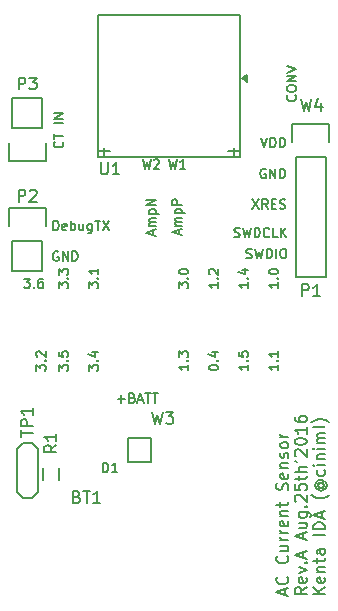
<source format=gto>
G04 #@! TF.FileFunction,Legend,Top*
%FSLAX46Y46*%
G04 Gerber Fmt 4.6, Leading zero omitted, Abs format (unit mm)*
G04 Created by KiCad (PCBNEW 4.0.1-stable) date 2016/08/25 3:11:25*
%MOMM*%
G01*
G04 APERTURE LIST*
%ADD10C,0.100000*%
%ADD11C,0.150000*%
%ADD12C,0.200000*%
G04 APERTURE END LIST*
D10*
D11*
X9816667Y-18209524D02*
X9816667Y-17733333D01*
X10102381Y-18304762D02*
X9102381Y-17971429D01*
X10102381Y-17638095D01*
X10007143Y-16733333D02*
X10054762Y-16780952D01*
X10102381Y-16923809D01*
X10102381Y-17019047D01*
X10054762Y-17161905D01*
X9959524Y-17257143D01*
X9864286Y-17304762D01*
X9673810Y-17352381D01*
X9530952Y-17352381D01*
X9340476Y-17304762D01*
X9245238Y-17257143D01*
X9150000Y-17161905D01*
X9102381Y-17019047D01*
X9102381Y-16923809D01*
X9150000Y-16780952D01*
X9197619Y-16733333D01*
X10007143Y-14971428D02*
X10054762Y-15019047D01*
X10102381Y-15161904D01*
X10102381Y-15257142D01*
X10054762Y-15400000D01*
X9959524Y-15495238D01*
X9864286Y-15542857D01*
X9673810Y-15590476D01*
X9530952Y-15590476D01*
X9340476Y-15542857D01*
X9245238Y-15495238D01*
X9150000Y-15400000D01*
X9102381Y-15257142D01*
X9102381Y-15161904D01*
X9150000Y-15019047D01*
X9197619Y-14971428D01*
X9435714Y-14114285D02*
X10102381Y-14114285D01*
X9435714Y-14542857D02*
X9959524Y-14542857D01*
X10054762Y-14495238D01*
X10102381Y-14400000D01*
X10102381Y-14257142D01*
X10054762Y-14161904D01*
X10007143Y-14114285D01*
X10102381Y-13638095D02*
X9435714Y-13638095D01*
X9626190Y-13638095D02*
X9530952Y-13590476D01*
X9483333Y-13542857D01*
X9435714Y-13447619D01*
X9435714Y-13352380D01*
X10102381Y-13019047D02*
X9435714Y-13019047D01*
X9626190Y-13019047D02*
X9530952Y-12971428D01*
X9483333Y-12923809D01*
X9435714Y-12828571D01*
X9435714Y-12733332D01*
X10054762Y-12019046D02*
X10102381Y-12114284D01*
X10102381Y-12304761D01*
X10054762Y-12399999D01*
X9959524Y-12447618D01*
X9578571Y-12447618D01*
X9483333Y-12399999D01*
X9435714Y-12304761D01*
X9435714Y-12114284D01*
X9483333Y-12019046D01*
X9578571Y-11971427D01*
X9673810Y-11971427D01*
X9769048Y-12447618D01*
X9435714Y-11542856D02*
X10102381Y-11542856D01*
X9530952Y-11542856D02*
X9483333Y-11495237D01*
X9435714Y-11399999D01*
X9435714Y-11257141D01*
X9483333Y-11161903D01*
X9578571Y-11114284D01*
X10102381Y-11114284D01*
X9435714Y-10780951D02*
X9435714Y-10399999D01*
X9102381Y-10638094D02*
X9959524Y-10638094D01*
X10054762Y-10590475D01*
X10102381Y-10495237D01*
X10102381Y-10399999D01*
X10054762Y-9352379D02*
X10102381Y-9209522D01*
X10102381Y-8971426D01*
X10054762Y-8876188D01*
X10007143Y-8828569D01*
X9911905Y-8780950D01*
X9816667Y-8780950D01*
X9721429Y-8828569D01*
X9673810Y-8876188D01*
X9626190Y-8971426D01*
X9578571Y-9161903D01*
X9530952Y-9257141D01*
X9483333Y-9304760D01*
X9388095Y-9352379D01*
X9292857Y-9352379D01*
X9197619Y-9304760D01*
X9150000Y-9257141D01*
X9102381Y-9161903D01*
X9102381Y-8923807D01*
X9150000Y-8780950D01*
X10054762Y-7971426D02*
X10102381Y-8066664D01*
X10102381Y-8257141D01*
X10054762Y-8352379D01*
X9959524Y-8399998D01*
X9578571Y-8399998D01*
X9483333Y-8352379D01*
X9435714Y-8257141D01*
X9435714Y-8066664D01*
X9483333Y-7971426D01*
X9578571Y-7923807D01*
X9673810Y-7923807D01*
X9769048Y-8399998D01*
X9435714Y-7495236D02*
X10102381Y-7495236D01*
X9530952Y-7495236D02*
X9483333Y-7447617D01*
X9435714Y-7352379D01*
X9435714Y-7209521D01*
X9483333Y-7114283D01*
X9578571Y-7066664D01*
X10102381Y-7066664D01*
X10054762Y-6638093D02*
X10102381Y-6542855D01*
X10102381Y-6352379D01*
X10054762Y-6257140D01*
X9959524Y-6209521D01*
X9911905Y-6209521D01*
X9816667Y-6257140D01*
X9769048Y-6352379D01*
X9769048Y-6495236D01*
X9721429Y-6590474D01*
X9626190Y-6638093D01*
X9578571Y-6638093D01*
X9483333Y-6590474D01*
X9435714Y-6495236D01*
X9435714Y-6352379D01*
X9483333Y-6257140D01*
X10102381Y-5638093D02*
X10054762Y-5733331D01*
X10007143Y-5780950D01*
X9911905Y-5828569D01*
X9626190Y-5828569D01*
X9530952Y-5780950D01*
X9483333Y-5733331D01*
X9435714Y-5638093D01*
X9435714Y-5495235D01*
X9483333Y-5399997D01*
X9530952Y-5352378D01*
X9626190Y-5304759D01*
X9911905Y-5304759D01*
X10007143Y-5352378D01*
X10054762Y-5399997D01*
X10102381Y-5495235D01*
X10102381Y-5638093D01*
X10102381Y-4876188D02*
X9435714Y-4876188D01*
X9626190Y-4876188D02*
X9530952Y-4828569D01*
X9483333Y-4780950D01*
X9435714Y-4685712D01*
X9435714Y-4590473D01*
X11652381Y-17590476D02*
X11176190Y-17923810D01*
X11652381Y-18161905D02*
X10652381Y-18161905D01*
X10652381Y-17780952D01*
X10700000Y-17685714D01*
X10747619Y-17638095D01*
X10842857Y-17590476D01*
X10985714Y-17590476D01*
X11080952Y-17638095D01*
X11128571Y-17685714D01*
X11176190Y-17780952D01*
X11176190Y-18161905D01*
X11604762Y-16780952D02*
X11652381Y-16876190D01*
X11652381Y-17066667D01*
X11604762Y-17161905D01*
X11509524Y-17209524D01*
X11128571Y-17209524D01*
X11033333Y-17161905D01*
X10985714Y-17066667D01*
X10985714Y-16876190D01*
X11033333Y-16780952D01*
X11128571Y-16733333D01*
X11223810Y-16733333D01*
X11319048Y-17209524D01*
X10985714Y-16400000D02*
X11652381Y-16161905D01*
X10985714Y-15923809D01*
X11557143Y-15542857D02*
X11604762Y-15495238D01*
X11652381Y-15542857D01*
X11604762Y-15590476D01*
X11557143Y-15542857D01*
X11652381Y-15542857D01*
X11366667Y-15114286D02*
X11366667Y-14638095D01*
X11652381Y-15209524D02*
X10652381Y-14876191D01*
X11652381Y-14542857D01*
X11366667Y-13495238D02*
X11366667Y-13019047D01*
X11652381Y-13590476D02*
X10652381Y-13257143D01*
X11652381Y-12923809D01*
X10985714Y-12161904D02*
X11652381Y-12161904D01*
X10985714Y-12590476D02*
X11509524Y-12590476D01*
X11604762Y-12542857D01*
X11652381Y-12447619D01*
X11652381Y-12304761D01*
X11604762Y-12209523D01*
X11557143Y-12161904D01*
X10985714Y-11257142D02*
X11795238Y-11257142D01*
X11890476Y-11304761D01*
X11938095Y-11352380D01*
X11985714Y-11447619D01*
X11985714Y-11590476D01*
X11938095Y-11685714D01*
X11604762Y-11257142D02*
X11652381Y-11352380D01*
X11652381Y-11542857D01*
X11604762Y-11638095D01*
X11557143Y-11685714D01*
X11461905Y-11733333D01*
X11176190Y-11733333D01*
X11080952Y-11685714D01*
X11033333Y-11638095D01*
X10985714Y-11542857D01*
X10985714Y-11352380D01*
X11033333Y-11257142D01*
X11557143Y-10780952D02*
X11604762Y-10733333D01*
X11652381Y-10780952D01*
X11604762Y-10828571D01*
X11557143Y-10780952D01*
X11652381Y-10780952D01*
X10747619Y-10352381D02*
X10700000Y-10304762D01*
X10652381Y-10209524D01*
X10652381Y-9971428D01*
X10700000Y-9876190D01*
X10747619Y-9828571D01*
X10842857Y-9780952D01*
X10938095Y-9780952D01*
X11080952Y-9828571D01*
X11652381Y-10400000D01*
X11652381Y-9780952D01*
X10652381Y-8876190D02*
X10652381Y-9352381D01*
X11128571Y-9400000D01*
X11080952Y-9352381D01*
X11033333Y-9257143D01*
X11033333Y-9019047D01*
X11080952Y-8923809D01*
X11128571Y-8876190D01*
X11223810Y-8828571D01*
X11461905Y-8828571D01*
X11557143Y-8876190D01*
X11604762Y-8923809D01*
X11652381Y-9019047D01*
X11652381Y-9257143D01*
X11604762Y-9352381D01*
X11557143Y-9400000D01*
X10985714Y-8542857D02*
X10985714Y-8161905D01*
X10652381Y-8400000D02*
X11509524Y-8400000D01*
X11604762Y-8352381D01*
X11652381Y-8257143D01*
X11652381Y-8161905D01*
X11652381Y-7828571D02*
X10652381Y-7828571D01*
X11652381Y-7399999D02*
X11128571Y-7399999D01*
X11033333Y-7447618D01*
X10985714Y-7542856D01*
X10985714Y-7685714D01*
X11033333Y-7780952D01*
X11080952Y-7828571D01*
X10652381Y-6876190D02*
X10842857Y-6971428D01*
X10747619Y-6495238D02*
X10700000Y-6447619D01*
X10652381Y-6352381D01*
X10652381Y-6114285D01*
X10700000Y-6019047D01*
X10747619Y-5971428D01*
X10842857Y-5923809D01*
X10938095Y-5923809D01*
X11080952Y-5971428D01*
X11652381Y-6542857D01*
X11652381Y-5923809D01*
X10652381Y-5304762D02*
X10652381Y-5209523D01*
X10700000Y-5114285D01*
X10747619Y-5066666D01*
X10842857Y-5019047D01*
X11033333Y-4971428D01*
X11271429Y-4971428D01*
X11461905Y-5019047D01*
X11557143Y-5066666D01*
X11604762Y-5114285D01*
X11652381Y-5209523D01*
X11652381Y-5304762D01*
X11604762Y-5400000D01*
X11557143Y-5447619D01*
X11461905Y-5495238D01*
X11271429Y-5542857D01*
X11033333Y-5542857D01*
X10842857Y-5495238D01*
X10747619Y-5447619D01*
X10700000Y-5400000D01*
X10652381Y-5304762D01*
X11652381Y-4019047D02*
X11652381Y-4590476D01*
X11652381Y-4304762D02*
X10652381Y-4304762D01*
X10795238Y-4400000D01*
X10890476Y-4495238D01*
X10938095Y-4590476D01*
X10652381Y-3161904D02*
X10652381Y-3352381D01*
X10700000Y-3447619D01*
X10747619Y-3495238D01*
X10890476Y-3590476D01*
X11080952Y-3638095D01*
X11461905Y-3638095D01*
X11557143Y-3590476D01*
X11604762Y-3542857D01*
X11652381Y-3447619D01*
X11652381Y-3257142D01*
X11604762Y-3161904D01*
X11557143Y-3114285D01*
X11461905Y-3066666D01*
X11223810Y-3066666D01*
X11128571Y-3114285D01*
X11080952Y-3161904D01*
X11033333Y-3257142D01*
X11033333Y-3447619D01*
X11080952Y-3542857D01*
X11128571Y-3590476D01*
X11223810Y-3638095D01*
X13202381Y-18161905D02*
X12202381Y-18161905D01*
X13202381Y-17590476D02*
X12630952Y-18019048D01*
X12202381Y-17590476D02*
X12773810Y-18161905D01*
X13154762Y-16780952D02*
X13202381Y-16876190D01*
X13202381Y-17066667D01*
X13154762Y-17161905D01*
X13059524Y-17209524D01*
X12678571Y-17209524D01*
X12583333Y-17161905D01*
X12535714Y-17066667D01*
X12535714Y-16876190D01*
X12583333Y-16780952D01*
X12678571Y-16733333D01*
X12773810Y-16733333D01*
X12869048Y-17209524D01*
X12535714Y-16304762D02*
X13202381Y-16304762D01*
X12630952Y-16304762D02*
X12583333Y-16257143D01*
X12535714Y-16161905D01*
X12535714Y-16019047D01*
X12583333Y-15923809D01*
X12678571Y-15876190D01*
X13202381Y-15876190D01*
X12535714Y-15542857D02*
X12535714Y-15161905D01*
X12202381Y-15400000D02*
X13059524Y-15400000D01*
X13154762Y-15352381D01*
X13202381Y-15257143D01*
X13202381Y-15161905D01*
X13202381Y-14399999D02*
X12678571Y-14399999D01*
X12583333Y-14447618D01*
X12535714Y-14542856D01*
X12535714Y-14733333D01*
X12583333Y-14828571D01*
X13154762Y-14399999D02*
X13202381Y-14495237D01*
X13202381Y-14733333D01*
X13154762Y-14828571D01*
X13059524Y-14876190D01*
X12964286Y-14876190D01*
X12869048Y-14828571D01*
X12821429Y-14733333D01*
X12821429Y-14495237D01*
X12773810Y-14399999D01*
X13202381Y-13161904D02*
X12202381Y-13161904D01*
X13202381Y-12685714D02*
X12202381Y-12685714D01*
X12202381Y-12447619D01*
X12250000Y-12304761D01*
X12345238Y-12209523D01*
X12440476Y-12161904D01*
X12630952Y-12114285D01*
X12773810Y-12114285D01*
X12964286Y-12161904D01*
X13059524Y-12209523D01*
X13154762Y-12304761D01*
X13202381Y-12447619D01*
X13202381Y-12685714D01*
X12916667Y-11733333D02*
X12916667Y-11257142D01*
X13202381Y-11828571D02*
X12202381Y-11495238D01*
X13202381Y-11161904D01*
X13583333Y-9780951D02*
X13535714Y-9828571D01*
X13392857Y-9923809D01*
X13297619Y-9971428D01*
X13154762Y-10019047D01*
X12916667Y-10066666D01*
X12726190Y-10066666D01*
X12488095Y-10019047D01*
X12345238Y-9971428D01*
X12250000Y-9923809D01*
X12107143Y-9828571D01*
X12059524Y-9780951D01*
X12726190Y-8780951D02*
X12678571Y-8828570D01*
X12630952Y-8923808D01*
X12630952Y-9019046D01*
X12678571Y-9114284D01*
X12726190Y-9161904D01*
X12821429Y-9209523D01*
X12916667Y-9209523D01*
X13011905Y-9161904D01*
X13059524Y-9114284D01*
X13107143Y-9019046D01*
X13107143Y-8923808D01*
X13059524Y-8828570D01*
X13011905Y-8780951D01*
X12630952Y-8780951D02*
X13011905Y-8780951D01*
X13059524Y-8733332D01*
X13059524Y-8685713D01*
X13011905Y-8590475D01*
X12916667Y-8542856D01*
X12678571Y-8542856D01*
X12535714Y-8638094D01*
X12440476Y-8780951D01*
X12392857Y-8971427D01*
X12440476Y-9161904D01*
X12535714Y-9304761D01*
X12678571Y-9399999D01*
X12869048Y-9447618D01*
X13059524Y-9399999D01*
X13202381Y-9304761D01*
X13297619Y-9161904D01*
X13345238Y-8971427D01*
X13297619Y-8780951D01*
X13202381Y-8638094D01*
X13154762Y-7685713D02*
X13202381Y-7780951D01*
X13202381Y-7971428D01*
X13154762Y-8066666D01*
X13107143Y-8114285D01*
X13011905Y-8161904D01*
X12726190Y-8161904D01*
X12630952Y-8114285D01*
X12583333Y-8066666D01*
X12535714Y-7971428D01*
X12535714Y-7780951D01*
X12583333Y-7685713D01*
X13202381Y-7257142D02*
X12535714Y-7257142D01*
X12202381Y-7257142D02*
X12250000Y-7304761D01*
X12297619Y-7257142D01*
X12250000Y-7209523D01*
X12202381Y-7257142D01*
X12297619Y-7257142D01*
X12535714Y-6780952D02*
X13202381Y-6780952D01*
X12630952Y-6780952D02*
X12583333Y-6733333D01*
X12535714Y-6638095D01*
X12535714Y-6495237D01*
X12583333Y-6399999D01*
X12678571Y-6352380D01*
X13202381Y-6352380D01*
X13202381Y-5876190D02*
X12535714Y-5876190D01*
X12202381Y-5876190D02*
X12250000Y-5923809D01*
X12297619Y-5876190D01*
X12250000Y-5828571D01*
X12202381Y-5876190D01*
X12297619Y-5876190D01*
X13202381Y-5400000D02*
X12535714Y-5400000D01*
X12630952Y-5400000D02*
X12583333Y-5352381D01*
X12535714Y-5257143D01*
X12535714Y-5114285D01*
X12583333Y-5019047D01*
X12678571Y-4971428D01*
X13202381Y-4971428D01*
X12678571Y-4971428D02*
X12583333Y-4923809D01*
X12535714Y-4828571D01*
X12535714Y-4685714D01*
X12583333Y-4590476D01*
X12678571Y-4542857D01*
X13202381Y-4542857D01*
X13202381Y-3923810D02*
X13154762Y-4019048D01*
X13059524Y-4066667D01*
X12202381Y-4066667D01*
X13583333Y-3638095D02*
X13535714Y-3590476D01*
X13392857Y-3495238D01*
X13297619Y-3447619D01*
X13154762Y-3400000D01*
X12916667Y-3352381D01*
X12726190Y-3352381D01*
X12488095Y-3400000D01*
X12345238Y-3447619D01*
X12250000Y-3495238D01*
X12107143Y-3590476D01*
X12059524Y-3638095D01*
X-4357143Y-1657143D02*
X-3747619Y-1657143D01*
X-4052381Y-1961905D02*
X-4052381Y-1352381D01*
X-3100000Y-1542857D02*
X-2985714Y-1580952D01*
X-2947619Y-1619048D01*
X-2909524Y-1695238D01*
X-2909524Y-1809524D01*
X-2947619Y-1885714D01*
X-2985714Y-1923810D01*
X-3061905Y-1961905D01*
X-3366667Y-1961905D01*
X-3366667Y-1161905D01*
X-3100000Y-1161905D01*
X-3023810Y-1200000D01*
X-2985714Y-1238095D01*
X-2947619Y-1314286D01*
X-2947619Y-1390476D01*
X-2985714Y-1466667D01*
X-3023810Y-1504762D01*
X-3100000Y-1542857D01*
X-3366667Y-1542857D01*
X-2604762Y-1733333D02*
X-2223810Y-1733333D01*
X-2680953Y-1961905D02*
X-2414286Y-1161905D01*
X-2147619Y-1961905D01*
X-1995239Y-1161905D02*
X-1538096Y-1161905D01*
X-1766667Y-1961905D02*
X-1766667Y-1161905D01*
X-1385715Y-1161905D02*
X-928572Y-1161905D01*
X-1157143Y-1961905D02*
X-1157143Y-1161905D01*
X10685714Y24066667D02*
X10723810Y24028572D01*
X10761905Y23914286D01*
X10761905Y23838096D01*
X10723810Y23723810D01*
X10647619Y23647619D01*
X10571429Y23609524D01*
X10419048Y23571429D01*
X10304762Y23571429D01*
X10152381Y23609524D01*
X10076190Y23647619D01*
X10000000Y23723810D01*
X9961905Y23838096D01*
X9961905Y23914286D01*
X10000000Y24028572D01*
X10038095Y24066667D01*
X9961905Y24561905D02*
X9961905Y24714286D01*
X10000000Y24790477D01*
X10076190Y24866667D01*
X10228571Y24904762D01*
X10495238Y24904762D01*
X10647619Y24866667D01*
X10723810Y24790477D01*
X10761905Y24714286D01*
X10761905Y24561905D01*
X10723810Y24485715D01*
X10647619Y24409524D01*
X10495238Y24371429D01*
X10228571Y24371429D01*
X10076190Y24409524D01*
X10000000Y24485715D01*
X9961905Y24561905D01*
X10761905Y25247619D02*
X9961905Y25247619D01*
X10761905Y25704762D01*
X9961905Y25704762D01*
X9961905Y25971428D02*
X10761905Y26238095D01*
X9961905Y26504762D01*
X7790476Y20438095D02*
X8057143Y19638095D01*
X8323810Y20438095D01*
X8590476Y19638095D02*
X8590476Y20438095D01*
X8780952Y20438095D01*
X8895238Y20400000D01*
X8971429Y20323810D01*
X9009524Y20247619D01*
X9047619Y20095238D01*
X9047619Y19980952D01*
X9009524Y19828571D01*
X8971429Y19752381D01*
X8895238Y19676190D01*
X8780952Y19638095D01*
X8590476Y19638095D01*
X9390476Y19638095D02*
X9390476Y20438095D01*
X9580952Y20438095D01*
X9695238Y20400000D01*
X9771429Y20323810D01*
X9809524Y20247619D01*
X9847619Y20095238D01*
X9847619Y19980952D01*
X9809524Y19828571D01*
X9771429Y19752381D01*
X9695238Y19676190D01*
X9580952Y19638095D01*
X9390476Y19638095D01*
X8171429Y17800000D02*
X8095238Y17838095D01*
X7980953Y17838095D01*
X7866667Y17800000D01*
X7790476Y17723810D01*
X7752381Y17647619D01*
X7714286Y17495238D01*
X7714286Y17380952D01*
X7752381Y17228571D01*
X7790476Y17152381D01*
X7866667Y17076190D01*
X7980953Y17038095D01*
X8057143Y17038095D01*
X8171429Y17076190D01*
X8209524Y17114286D01*
X8209524Y17380952D01*
X8057143Y17380952D01*
X8552381Y17038095D02*
X8552381Y17838095D01*
X9009524Y17038095D01*
X9009524Y17838095D01*
X9390476Y17038095D02*
X9390476Y17838095D01*
X9580952Y17838095D01*
X9695238Y17800000D01*
X9771429Y17723810D01*
X9809524Y17647619D01*
X9847619Y17495238D01*
X9847619Y17380952D01*
X9809524Y17228571D01*
X9771429Y17152381D01*
X9695238Y17076190D01*
X9580952Y17038095D01*
X9390476Y17038095D01*
X7066666Y15238095D02*
X7599999Y14438095D01*
X7599999Y15238095D02*
X7066666Y14438095D01*
X8361904Y14438095D02*
X8095237Y14819048D01*
X7904761Y14438095D02*
X7904761Y15238095D01*
X8209523Y15238095D01*
X8285714Y15200000D01*
X8323809Y15161905D01*
X8361904Y15085714D01*
X8361904Y14971429D01*
X8323809Y14895238D01*
X8285714Y14857143D01*
X8209523Y14819048D01*
X7904761Y14819048D01*
X8704761Y14857143D02*
X8971428Y14857143D01*
X9085714Y14438095D02*
X8704761Y14438095D01*
X8704761Y15238095D01*
X9085714Y15238095D01*
X9390476Y14476190D02*
X9504762Y14438095D01*
X9695238Y14438095D01*
X9771428Y14476190D01*
X9809524Y14514286D01*
X9847619Y14590476D01*
X9847619Y14666667D01*
X9809524Y14742857D01*
X9771428Y14780952D01*
X9695238Y14819048D01*
X9542857Y14857143D01*
X9466666Y14895238D01*
X9428571Y14933333D01*
X9390476Y15009524D01*
X9390476Y15085714D01*
X9428571Y15161905D01*
X9466666Y15200000D01*
X9542857Y15238095D01*
X9733333Y15238095D01*
X9847619Y15200000D01*
X5528571Y12076190D02*
X5642857Y12038095D01*
X5833333Y12038095D01*
X5909523Y12076190D01*
X5947619Y12114286D01*
X5985714Y12190476D01*
X5985714Y12266667D01*
X5947619Y12342857D01*
X5909523Y12380952D01*
X5833333Y12419048D01*
X5680952Y12457143D01*
X5604761Y12495238D01*
X5566666Y12533333D01*
X5528571Y12609524D01*
X5528571Y12685714D01*
X5566666Y12761905D01*
X5604761Y12800000D01*
X5680952Y12838095D01*
X5871428Y12838095D01*
X5985714Y12800000D01*
X6252381Y12838095D02*
X6442857Y12038095D01*
X6595238Y12609524D01*
X6747619Y12038095D01*
X6938095Y12838095D01*
X7242857Y12038095D02*
X7242857Y12838095D01*
X7433333Y12838095D01*
X7547619Y12800000D01*
X7623810Y12723810D01*
X7661905Y12647619D01*
X7700000Y12495238D01*
X7700000Y12380952D01*
X7661905Y12228571D01*
X7623810Y12152381D01*
X7547619Y12076190D01*
X7433333Y12038095D01*
X7242857Y12038095D01*
X8500000Y12114286D02*
X8461905Y12076190D01*
X8347619Y12038095D01*
X8271429Y12038095D01*
X8157143Y12076190D01*
X8080952Y12152381D01*
X8042857Y12228571D01*
X8004762Y12380952D01*
X8004762Y12495238D01*
X8042857Y12647619D01*
X8080952Y12723810D01*
X8157143Y12800000D01*
X8271429Y12838095D01*
X8347619Y12838095D01*
X8461905Y12800000D01*
X8500000Y12761905D01*
X9223810Y12038095D02*
X8842857Y12038095D01*
X8842857Y12838095D01*
X9490476Y12038095D02*
X9490476Y12838095D01*
X9947619Y12038095D02*
X9604762Y12495238D01*
X9947619Y12838095D02*
X9490476Y12380952D01*
X6557143Y10276190D02*
X6671429Y10238095D01*
X6861905Y10238095D01*
X6938095Y10276190D01*
X6976191Y10314286D01*
X7014286Y10390476D01*
X7014286Y10466667D01*
X6976191Y10542857D01*
X6938095Y10580952D01*
X6861905Y10619048D01*
X6709524Y10657143D01*
X6633333Y10695238D01*
X6595238Y10733333D01*
X6557143Y10809524D01*
X6557143Y10885714D01*
X6595238Y10961905D01*
X6633333Y11000000D01*
X6709524Y11038095D01*
X6900000Y11038095D01*
X7014286Y11000000D01*
X7280953Y11038095D02*
X7471429Y10238095D01*
X7623810Y10809524D01*
X7776191Y10238095D01*
X7966667Y11038095D01*
X8271429Y10238095D02*
X8271429Y11038095D01*
X8461905Y11038095D01*
X8576191Y11000000D01*
X8652382Y10923810D01*
X8690477Y10847619D01*
X8728572Y10695238D01*
X8728572Y10580952D01*
X8690477Y10428571D01*
X8652382Y10352381D01*
X8576191Y10276190D01*
X8461905Y10238095D01*
X8271429Y10238095D01*
X9071429Y10238095D02*
X9071429Y11038095D01*
X9604762Y11038095D02*
X9757143Y11038095D01*
X9833334Y11000000D01*
X9909524Y10923810D01*
X9947619Y10771429D01*
X9947619Y10504762D01*
X9909524Y10352381D01*
X9833334Y10276190D01*
X9757143Y10238095D01*
X9604762Y10238095D01*
X9528572Y10276190D01*
X9452381Y10352381D01*
X9414286Y10504762D01*
X9414286Y10771429D01*
X9452381Y10923810D01*
X9528572Y11000000D01*
X9604762Y11038095D01*
X-1366667Y12238095D02*
X-1366667Y12619047D01*
X-1138095Y12161904D02*
X-1938095Y12428571D01*
X-1138095Y12695238D01*
X-1138095Y12961904D02*
X-1671429Y12961904D01*
X-1595238Y12961904D02*
X-1633333Y12999999D01*
X-1671429Y13076190D01*
X-1671429Y13190476D01*
X-1633333Y13266666D01*
X-1557143Y13304761D01*
X-1138095Y13304761D01*
X-1557143Y13304761D02*
X-1633333Y13342857D01*
X-1671429Y13419047D01*
X-1671429Y13533333D01*
X-1633333Y13609523D01*
X-1557143Y13647618D01*
X-1138095Y13647618D01*
X-1671429Y14028571D02*
X-871429Y14028571D01*
X-1633333Y14028571D02*
X-1671429Y14104762D01*
X-1671429Y14257143D01*
X-1633333Y14333333D01*
X-1595238Y14371428D01*
X-1519048Y14409524D01*
X-1290476Y14409524D01*
X-1214286Y14371428D01*
X-1176190Y14333333D01*
X-1138095Y14257143D01*
X-1138095Y14104762D01*
X-1176190Y14028571D01*
X-1138095Y14752381D02*
X-1938095Y14752381D01*
X-1138095Y15209524D01*
X-1938095Y15209524D01*
X833333Y12276190D02*
X833333Y12657142D01*
X1061905Y12199999D02*
X261905Y12466666D01*
X1061905Y12733333D01*
X1061905Y12999999D02*
X528571Y12999999D01*
X604762Y12999999D02*
X566667Y13038094D01*
X528571Y13114285D01*
X528571Y13228571D01*
X566667Y13304761D01*
X642857Y13342856D01*
X1061905Y13342856D01*
X642857Y13342856D02*
X566667Y13380952D01*
X528571Y13457142D01*
X528571Y13571428D01*
X566667Y13647618D01*
X642857Y13685713D01*
X1061905Y13685713D01*
X528571Y14066666D02*
X1328571Y14066666D01*
X566667Y14066666D02*
X528571Y14142857D01*
X528571Y14295238D01*
X566667Y14371428D01*
X604762Y14409523D01*
X680952Y14447619D01*
X909524Y14447619D01*
X985714Y14409523D01*
X1023810Y14371428D01*
X1061905Y14295238D01*
X1061905Y14142857D01*
X1023810Y14066666D01*
X1061905Y14790476D02*
X261905Y14790476D01*
X261905Y15095238D01*
X300000Y15171429D01*
X338095Y15209524D01*
X414286Y15247619D01*
X528571Y15247619D01*
X604762Y15209524D01*
X642857Y15171429D01*
X680952Y15095238D01*
X680952Y14790476D01*
X-9014286Y20128572D02*
X-8976190Y20090477D01*
X-8938095Y19976191D01*
X-8938095Y19900001D01*
X-8976190Y19785715D01*
X-9052381Y19709524D01*
X-9128571Y19671429D01*
X-9280952Y19633334D01*
X-9395238Y19633334D01*
X-9547619Y19671429D01*
X-9623810Y19709524D01*
X-9700000Y19785715D01*
X-9738095Y19900001D01*
X-9738095Y19976191D01*
X-9700000Y20090477D01*
X-9661905Y20128572D01*
X-9738095Y20357143D02*
X-9738095Y20814286D01*
X-8938095Y20585715D02*
X-9738095Y20585715D01*
X-8938095Y21690477D02*
X-9738095Y21690477D01*
X-8938095Y22071429D02*
X-9738095Y22071429D01*
X-8938095Y22528572D01*
X-9738095Y22528572D01*
X-9390476Y10800000D02*
X-9466667Y10838095D01*
X-9580952Y10838095D01*
X-9695238Y10800000D01*
X-9771429Y10723810D01*
X-9809524Y10647619D01*
X-9847619Y10495238D01*
X-9847619Y10380952D01*
X-9809524Y10228571D01*
X-9771429Y10152381D01*
X-9695238Y10076190D01*
X-9580952Y10038095D01*
X-9504762Y10038095D01*
X-9390476Y10076190D01*
X-9352381Y10114286D01*
X-9352381Y10380952D01*
X-9504762Y10380952D01*
X-9009524Y10038095D02*
X-9009524Y10838095D01*
X-8552381Y10038095D01*
X-8552381Y10838095D01*
X-8171429Y10038095D02*
X-8171429Y10838095D01*
X-7980953Y10838095D01*
X-7866667Y10800000D01*
X-7790476Y10723810D01*
X-7752381Y10647619D01*
X-7714286Y10495238D01*
X-7714286Y10380952D01*
X-7752381Y10228571D01*
X-7790476Y10152381D01*
X-7866667Y10076190D01*
X-7980953Y10038095D01*
X-8171429Y10038095D01*
X-9809524Y12638095D02*
X-9809524Y13438095D01*
X-9619048Y13438095D01*
X-9504762Y13400000D01*
X-9428571Y13323810D01*
X-9390476Y13247619D01*
X-9352381Y13095238D01*
X-9352381Y12980952D01*
X-9390476Y12828571D01*
X-9428571Y12752381D01*
X-9504762Y12676190D01*
X-9619048Y12638095D01*
X-9809524Y12638095D01*
X-8704762Y12676190D02*
X-8780952Y12638095D01*
X-8933333Y12638095D01*
X-9009524Y12676190D01*
X-9047619Y12752381D01*
X-9047619Y13057143D01*
X-9009524Y13133333D01*
X-8933333Y13171429D01*
X-8780952Y13171429D01*
X-8704762Y13133333D01*
X-8666667Y13057143D01*
X-8666667Y12980952D01*
X-9047619Y12904762D01*
X-8323810Y12638095D02*
X-8323810Y13438095D01*
X-8323810Y13133333D02*
X-8247619Y13171429D01*
X-8095238Y13171429D01*
X-8019048Y13133333D01*
X-7980953Y13095238D01*
X-7942857Y13019048D01*
X-7942857Y12790476D01*
X-7980953Y12714286D01*
X-8019048Y12676190D01*
X-8095238Y12638095D01*
X-8247619Y12638095D01*
X-8323810Y12676190D01*
X-7257143Y13171429D02*
X-7257143Y12638095D01*
X-7600000Y13171429D02*
X-7600000Y12752381D01*
X-7561905Y12676190D01*
X-7485714Y12638095D01*
X-7371428Y12638095D01*
X-7295238Y12676190D01*
X-7257143Y12714286D01*
X-6533333Y13171429D02*
X-6533333Y12523810D01*
X-6571428Y12447619D01*
X-6609523Y12409524D01*
X-6685714Y12371429D01*
X-6799999Y12371429D01*
X-6876190Y12409524D01*
X-6533333Y12676190D02*
X-6609523Y12638095D01*
X-6761904Y12638095D01*
X-6838095Y12676190D01*
X-6876190Y12714286D01*
X-6914285Y12790476D01*
X-6914285Y13019048D01*
X-6876190Y13095238D01*
X-6838095Y13133333D01*
X-6761904Y13171429D01*
X-6609523Y13171429D01*
X-6533333Y13133333D01*
X-6266666Y13438095D02*
X-5809523Y13438095D01*
X-6038094Y12638095D02*
X-6038094Y13438095D01*
X-5619046Y13438095D02*
X-5085713Y12638095D01*
X-5085713Y13438095D02*
X-5619046Y12638095D01*
D12*
X831905Y7734286D02*
X831905Y8229524D01*
X1136667Y7962857D01*
X1136667Y8077143D01*
X1174762Y8153333D01*
X1212857Y8191429D01*
X1289048Y8229524D01*
X1479524Y8229524D01*
X1555714Y8191429D01*
X1593810Y8153333D01*
X1631905Y8077143D01*
X1631905Y7848571D01*
X1593810Y7772381D01*
X1555714Y7734286D01*
X1555714Y8572381D02*
X1593810Y8610476D01*
X1631905Y8572381D01*
X1593810Y8534286D01*
X1555714Y8572381D01*
X1631905Y8572381D01*
X831905Y9105714D02*
X831905Y9181905D01*
X870000Y9258095D01*
X908095Y9296190D01*
X984286Y9334286D01*
X1136667Y9372381D01*
X1327143Y9372381D01*
X1479524Y9334286D01*
X1555714Y9296190D01*
X1593810Y9258095D01*
X1631905Y9181905D01*
X1631905Y9105714D01*
X1593810Y9029524D01*
X1555714Y8991428D01*
X1479524Y8953333D01*
X1327143Y8915238D01*
X1136667Y8915238D01*
X984286Y8953333D01*
X908095Y8991428D01*
X870000Y9029524D01*
X831905Y9105714D01*
X4171905Y8229524D02*
X4171905Y7772381D01*
X4171905Y8000952D02*
X3371905Y8000952D01*
X3486190Y7924762D01*
X3562381Y7848571D01*
X3600476Y7772381D01*
X4095714Y8572381D02*
X4133810Y8610476D01*
X4171905Y8572381D01*
X4133810Y8534286D01*
X4095714Y8572381D01*
X4171905Y8572381D01*
X3448095Y8915238D02*
X3410000Y8953333D01*
X3371905Y9029524D01*
X3371905Y9220000D01*
X3410000Y9296190D01*
X3448095Y9334286D01*
X3524286Y9372381D01*
X3600476Y9372381D01*
X3714762Y9334286D01*
X4171905Y8877143D01*
X4171905Y9372381D01*
X6711905Y8229524D02*
X6711905Y7772381D01*
X6711905Y8000952D02*
X5911905Y8000952D01*
X6026190Y7924762D01*
X6102381Y7848571D01*
X6140476Y7772381D01*
X6635714Y8572381D02*
X6673810Y8610476D01*
X6711905Y8572381D01*
X6673810Y8534286D01*
X6635714Y8572381D01*
X6711905Y8572381D01*
X6178571Y9296190D02*
X6711905Y9296190D01*
X5873810Y9105714D02*
X6445238Y8915238D01*
X6445238Y9410476D01*
X9251905Y8229524D02*
X9251905Y7772381D01*
X9251905Y8000952D02*
X8451905Y8000952D01*
X8566190Y7924762D01*
X8642381Y7848571D01*
X8680476Y7772381D01*
X9175714Y8572381D02*
X9213810Y8610476D01*
X9251905Y8572381D01*
X9213810Y8534286D01*
X9175714Y8572381D01*
X9251905Y8572381D01*
X8451905Y9105714D02*
X8451905Y9181905D01*
X8490000Y9258095D01*
X8528095Y9296190D01*
X8604286Y9334286D01*
X8756667Y9372381D01*
X8947143Y9372381D01*
X9099524Y9334286D01*
X9175714Y9296190D01*
X9213810Y9258095D01*
X9251905Y9181905D01*
X9251905Y9105714D01*
X9213810Y9029524D01*
X9175714Y8991428D01*
X9099524Y8953333D01*
X8947143Y8915238D01*
X8756667Y8915238D01*
X8604286Y8953333D01*
X8528095Y8991428D01*
X8490000Y9029524D01*
X8451905Y9105714D01*
X9251905Y1244762D02*
X9251905Y787619D01*
X9251905Y1016190D02*
X8451905Y1016190D01*
X8566190Y940000D01*
X8642381Y863809D01*
X8680476Y787619D01*
X9175714Y1587619D02*
X9213810Y1625714D01*
X9251905Y1587619D01*
X9213810Y1549524D01*
X9175714Y1587619D01*
X9251905Y1587619D01*
X9251905Y2387619D02*
X9251905Y1930476D01*
X9251905Y2159047D02*
X8451905Y2159047D01*
X8566190Y2082857D01*
X8642381Y2006666D01*
X8680476Y1930476D01*
X6711905Y1244762D02*
X6711905Y787619D01*
X6711905Y1016190D02*
X5911905Y1016190D01*
X6026190Y940000D01*
X6102381Y863809D01*
X6140476Y787619D01*
X6635714Y1587619D02*
X6673810Y1625714D01*
X6711905Y1587619D01*
X6673810Y1549524D01*
X6635714Y1587619D01*
X6711905Y1587619D01*
X5911905Y2349524D02*
X5911905Y1968571D01*
X6292857Y1930476D01*
X6254762Y1968571D01*
X6216667Y2044762D01*
X6216667Y2235238D01*
X6254762Y2311428D01*
X6292857Y2349524D01*
X6369048Y2387619D01*
X6559524Y2387619D01*
X6635714Y2349524D01*
X6673810Y2311428D01*
X6711905Y2235238D01*
X6711905Y2044762D01*
X6673810Y1968571D01*
X6635714Y1930476D01*
X3371905Y978095D02*
X3371905Y1054286D01*
X3410000Y1130476D01*
X3448095Y1168571D01*
X3524286Y1206667D01*
X3676667Y1244762D01*
X3867143Y1244762D01*
X4019524Y1206667D01*
X4095714Y1168571D01*
X4133810Y1130476D01*
X4171905Y1054286D01*
X4171905Y978095D01*
X4133810Y901905D01*
X4095714Y863809D01*
X4019524Y825714D01*
X3867143Y787619D01*
X3676667Y787619D01*
X3524286Y825714D01*
X3448095Y863809D01*
X3410000Y901905D01*
X3371905Y978095D01*
X4095714Y1587619D02*
X4133810Y1625714D01*
X4171905Y1587619D01*
X4133810Y1549524D01*
X4095714Y1587619D01*
X4171905Y1587619D01*
X3638571Y2311428D02*
X4171905Y2311428D01*
X3333810Y2120952D02*
X3905238Y1930476D01*
X3905238Y2425714D01*
X1631905Y1244762D02*
X1631905Y787619D01*
X1631905Y1016190D02*
X831905Y1016190D01*
X946190Y940000D01*
X1022381Y863809D01*
X1060476Y787619D01*
X1555714Y1587619D02*
X1593810Y1625714D01*
X1631905Y1587619D01*
X1593810Y1549524D01*
X1555714Y1587619D01*
X1631905Y1587619D01*
X831905Y1892381D02*
X831905Y2387619D01*
X1136667Y2120952D01*
X1136667Y2235238D01*
X1174762Y2311428D01*
X1212857Y2349524D01*
X1289048Y2387619D01*
X1479524Y2387619D01*
X1555714Y2349524D01*
X1593810Y2311428D01*
X1631905Y2235238D01*
X1631905Y2006666D01*
X1593810Y1930476D01*
X1555714Y1892381D01*
X-12268095Y8538095D02*
X-11772857Y8538095D01*
X-12039524Y8233333D01*
X-11925238Y8233333D01*
X-11849048Y8195238D01*
X-11810952Y8157143D01*
X-11772857Y8080952D01*
X-11772857Y7890476D01*
X-11810952Y7814286D01*
X-11849048Y7776190D01*
X-11925238Y7738095D01*
X-12153810Y7738095D01*
X-12230000Y7776190D01*
X-12268095Y7814286D01*
X-11430000Y7814286D02*
X-11391905Y7776190D01*
X-11430000Y7738095D01*
X-11468095Y7776190D01*
X-11430000Y7814286D01*
X-11430000Y7738095D01*
X-10706191Y8538095D02*
X-10858572Y8538095D01*
X-10934762Y8500000D01*
X-10972857Y8461905D01*
X-11049048Y8347619D01*
X-11087143Y8195238D01*
X-11087143Y7890476D01*
X-11049048Y7814286D01*
X-11010953Y7776190D01*
X-10934762Y7738095D01*
X-10782381Y7738095D01*
X-10706191Y7776190D01*
X-10668095Y7814286D01*
X-10630000Y7890476D01*
X-10630000Y8080952D01*
X-10668095Y8157143D01*
X-10706191Y8195238D01*
X-10782381Y8233333D01*
X-10934762Y8233333D01*
X-11010953Y8195238D01*
X-11049048Y8157143D01*
X-11087143Y8080952D01*
X-9328095Y7734286D02*
X-9328095Y8229524D01*
X-9023333Y7962857D01*
X-9023333Y8077143D01*
X-8985238Y8153333D01*
X-8947143Y8191429D01*
X-8870952Y8229524D01*
X-8680476Y8229524D01*
X-8604286Y8191429D01*
X-8566190Y8153333D01*
X-8528095Y8077143D01*
X-8528095Y7848571D01*
X-8566190Y7772381D01*
X-8604286Y7734286D01*
X-8604286Y8572381D02*
X-8566190Y8610476D01*
X-8528095Y8572381D01*
X-8566190Y8534286D01*
X-8604286Y8572381D01*
X-8528095Y8572381D01*
X-9328095Y8877143D02*
X-9328095Y9372381D01*
X-9023333Y9105714D01*
X-9023333Y9220000D01*
X-8985238Y9296190D01*
X-8947143Y9334286D01*
X-8870952Y9372381D01*
X-8680476Y9372381D01*
X-8604286Y9334286D01*
X-8566190Y9296190D01*
X-8528095Y9220000D01*
X-8528095Y8991428D01*
X-8566190Y8915238D01*
X-8604286Y8877143D01*
X-6788095Y7734286D02*
X-6788095Y8229524D01*
X-6483333Y7962857D01*
X-6483333Y8077143D01*
X-6445238Y8153333D01*
X-6407143Y8191429D01*
X-6330952Y8229524D01*
X-6140476Y8229524D01*
X-6064286Y8191429D01*
X-6026190Y8153333D01*
X-5988095Y8077143D01*
X-5988095Y7848571D01*
X-6026190Y7772381D01*
X-6064286Y7734286D01*
X-6064286Y8572381D02*
X-6026190Y8610476D01*
X-5988095Y8572381D01*
X-6026190Y8534286D01*
X-6064286Y8572381D01*
X-5988095Y8572381D01*
X-5988095Y9372381D02*
X-5988095Y8915238D01*
X-5988095Y9143809D02*
X-6788095Y9143809D01*
X-6673810Y9067619D01*
X-6597619Y8991428D01*
X-6559524Y8915238D01*
X-6788095Y749524D02*
X-6788095Y1244762D01*
X-6483333Y978095D01*
X-6483333Y1092381D01*
X-6445238Y1168571D01*
X-6407143Y1206667D01*
X-6330952Y1244762D01*
X-6140476Y1244762D01*
X-6064286Y1206667D01*
X-6026190Y1168571D01*
X-5988095Y1092381D01*
X-5988095Y863809D01*
X-6026190Y787619D01*
X-6064286Y749524D01*
X-6064286Y1587619D02*
X-6026190Y1625714D01*
X-5988095Y1587619D01*
X-6026190Y1549524D01*
X-6064286Y1587619D01*
X-5988095Y1587619D01*
X-6521429Y2311428D02*
X-5988095Y2311428D01*
X-6826190Y2120952D02*
X-6254762Y1930476D01*
X-6254762Y2425714D01*
X-9328095Y749524D02*
X-9328095Y1244762D01*
X-9023333Y978095D01*
X-9023333Y1092381D01*
X-8985238Y1168571D01*
X-8947143Y1206667D01*
X-8870952Y1244762D01*
X-8680476Y1244762D01*
X-8604286Y1206667D01*
X-8566190Y1168571D01*
X-8528095Y1092381D01*
X-8528095Y863809D01*
X-8566190Y787619D01*
X-8604286Y749524D01*
X-8604286Y1587619D02*
X-8566190Y1625714D01*
X-8528095Y1587619D01*
X-8566190Y1549524D01*
X-8604286Y1587619D01*
X-8528095Y1587619D01*
X-9328095Y2349524D02*
X-9328095Y1968571D01*
X-8947143Y1930476D01*
X-8985238Y1968571D01*
X-9023333Y2044762D01*
X-9023333Y2235238D01*
X-8985238Y2311428D01*
X-8947143Y2349524D01*
X-8870952Y2387619D01*
X-8680476Y2387619D01*
X-8604286Y2349524D01*
X-8566190Y2311428D01*
X-8528095Y2235238D01*
X-8528095Y2044762D01*
X-8566190Y1968571D01*
X-8604286Y1930476D01*
X-11233095Y749524D02*
X-11233095Y1244762D01*
X-10928333Y978095D01*
X-10928333Y1092381D01*
X-10890238Y1168571D01*
X-10852143Y1206667D01*
X-10775952Y1244762D01*
X-10585476Y1244762D01*
X-10509286Y1206667D01*
X-10471190Y1168571D01*
X-10433095Y1092381D01*
X-10433095Y863809D01*
X-10471190Y787619D01*
X-10509286Y749524D01*
X-10509286Y1587619D02*
X-10471190Y1625714D01*
X-10433095Y1587619D01*
X-10471190Y1549524D01*
X-10509286Y1587619D01*
X-10433095Y1587619D01*
X-11156905Y1930476D02*
X-11195000Y1968571D01*
X-11233095Y2044762D01*
X-11233095Y2235238D01*
X-11195000Y2311428D01*
X-11156905Y2349524D01*
X-11080714Y2387619D01*
X-11004524Y2387619D01*
X-10890238Y2349524D01*
X-10433095Y1892381D01*
X-10433095Y2387619D01*
D11*
X-1500000Y-7000000D02*
X-1500000Y-5000000D01*
X-3500000Y-7000000D02*
X-1500000Y-7000000D01*
X-3500000Y-5000000D02*
X-3500000Y-7000000D01*
X-1500000Y-5000000D02*
X-3500000Y-5000000D01*
X10450000Y20080000D02*
X10450000Y21630000D01*
X10450000Y21630000D02*
X13550000Y21630000D01*
X13550000Y21630000D02*
X13550000Y20080000D01*
X13270000Y18810000D02*
X13270000Y8650000D01*
X13270000Y8650000D02*
X10730000Y8650000D01*
X10730000Y8650000D02*
X10730000Y18810000D01*
X13270000Y18810000D02*
X10730000Y18810000D01*
X-10730000Y11730000D02*
X-10730000Y9190000D01*
X-10450000Y14550000D02*
X-10450000Y13000000D01*
X-10730000Y11730000D02*
X-13270000Y11730000D01*
X-13550000Y13000000D02*
X-13550000Y14550000D01*
X-13550000Y14550000D02*
X-10450000Y14550000D01*
X-13270000Y11730000D02*
X-13270000Y9190000D01*
X-13270000Y9190000D02*
X-10730000Y9190000D01*
X-13270000Y21270000D02*
X-13270000Y23810000D01*
X-13550000Y18450000D02*
X-13550000Y20000000D01*
X-13270000Y21270000D02*
X-10730000Y21270000D01*
X-10450000Y20000000D02*
X-10450000Y18450000D01*
X-10450000Y18450000D02*
X-13550000Y18450000D01*
X-10730000Y21270000D02*
X-10730000Y23810000D01*
X-10730000Y23810000D02*
X-13270000Y23810000D01*
X-9325000Y-7500000D02*
X-9325000Y-8500000D01*
X-10675000Y-8500000D02*
X-10675000Y-7500000D01*
X-12900000Y-9530000D02*
X-12900000Y-5930000D01*
X-12900000Y-5930000D02*
X-12400000Y-5430000D01*
X-12400000Y-5430000D02*
X-11600000Y-5430000D01*
X-11600000Y-5430000D02*
X-11100000Y-5930000D01*
X-11100000Y-5930000D02*
X-11100000Y-9530000D01*
X-11100000Y-9530000D02*
X-11600000Y-10030000D01*
X-11600000Y-10030000D02*
X-12400000Y-10030000D01*
X-12400000Y-10030000D02*
X-12900000Y-9530000D01*
X-5500000Y19600000D02*
X-5500000Y19000000D01*
X-5000000Y19330000D02*
X-6000000Y19330000D01*
X6500000Y25700000D02*
X6500000Y25300000D01*
X6400000Y25600000D02*
X6400000Y25400000D01*
X6600000Y25200000D02*
X6200000Y25500000D01*
X6600000Y25800000D02*
X6600000Y25200000D01*
X6200000Y25500000D02*
X6600000Y25800000D01*
X6000000Y30830000D02*
X-6000000Y30830000D01*
X6000000Y18830000D02*
X6000000Y30830000D01*
X-6000000Y18830000D02*
X6000000Y18830000D01*
X-6000000Y30830000D02*
X-6000000Y18830000D01*
X6000000Y19330000D02*
X5000000Y19330000D01*
X5500000Y19600000D02*
X5500000Y19000000D01*
X-7785714Y-9928571D02*
X-7642857Y-9976190D01*
X-7595238Y-10023810D01*
X-7547619Y-10119048D01*
X-7547619Y-10261905D01*
X-7595238Y-10357143D01*
X-7642857Y-10404762D01*
X-7738095Y-10452381D01*
X-8119048Y-10452381D01*
X-8119048Y-9452381D01*
X-7785714Y-9452381D01*
X-7690476Y-9500000D01*
X-7642857Y-9547619D01*
X-7595238Y-9642857D01*
X-7595238Y-9738095D01*
X-7642857Y-9833333D01*
X-7690476Y-9880952D01*
X-7785714Y-9928571D01*
X-8119048Y-9928571D01*
X-7261905Y-9452381D02*
X-6690476Y-9452381D01*
X-6976191Y-10452381D02*
X-6976191Y-9452381D01*
X-5833333Y-10452381D02*
X-6404762Y-10452381D01*
X-6119048Y-10452381D02*
X-6119048Y-9452381D01*
X-6214286Y-9595238D01*
X-6309524Y-9690476D01*
X-6404762Y-9738095D01*
X-5590476Y-7861905D02*
X-5590476Y-7061905D01*
X-5400000Y-7061905D01*
X-5285714Y-7100000D01*
X-5209523Y-7176190D01*
X-5171428Y-7252381D01*
X-5133333Y-7404762D01*
X-5133333Y-7519048D01*
X-5171428Y-7671429D01*
X-5209523Y-7747619D01*
X-5285714Y-7823810D01*
X-5400000Y-7861905D01*
X-5590476Y-7861905D01*
X-4371428Y-7861905D02*
X-4828571Y-7861905D01*
X-4600000Y-7861905D02*
X-4600000Y-7061905D01*
X-4676190Y-7176190D01*
X-4752381Y-7252381D01*
X-4828571Y-7290476D01*
X11261905Y7047619D02*
X11261905Y8047619D01*
X11642858Y8047619D01*
X11738096Y8000000D01*
X11785715Y7952381D01*
X11833334Y7857143D01*
X11833334Y7714286D01*
X11785715Y7619048D01*
X11738096Y7571429D01*
X11642858Y7523810D01*
X11261905Y7523810D01*
X12785715Y7047619D02*
X12214286Y7047619D01*
X12500000Y7047619D02*
X12500000Y8047619D01*
X12404762Y7904762D01*
X12309524Y7809524D01*
X12214286Y7761905D01*
X-12738095Y15047619D02*
X-12738095Y16047619D01*
X-12357142Y16047619D01*
X-12261904Y16000000D01*
X-12214285Y15952381D01*
X-12166666Y15857143D01*
X-12166666Y15714286D01*
X-12214285Y15619048D01*
X-12261904Y15571429D01*
X-12357142Y15523810D01*
X-12738095Y15523810D01*
X-11785714Y15952381D02*
X-11738095Y16000000D01*
X-11642857Y16047619D01*
X-11404761Y16047619D01*
X-11309523Y16000000D01*
X-11261904Y15952381D01*
X-11214285Y15857143D01*
X-11214285Y15761905D01*
X-11261904Y15619048D01*
X-11833333Y15047619D01*
X-11214285Y15047619D01*
X-12738095Y24547619D02*
X-12738095Y25547619D01*
X-12357142Y25547619D01*
X-12261904Y25500000D01*
X-12214285Y25452381D01*
X-12166666Y25357143D01*
X-12166666Y25214286D01*
X-12214285Y25119048D01*
X-12261904Y25071429D01*
X-12357142Y25023810D01*
X-12738095Y25023810D01*
X-11833333Y25547619D02*
X-11214285Y25547619D01*
X-11547619Y25166667D01*
X-11404761Y25166667D01*
X-11309523Y25119048D01*
X-11261904Y25071429D01*
X-11214285Y24976190D01*
X-11214285Y24738095D01*
X-11261904Y24642857D01*
X-11309523Y24595238D01*
X-11404761Y24547619D01*
X-11690476Y24547619D01*
X-11785714Y24595238D01*
X-11833333Y24642857D01*
X-9547619Y-5566666D02*
X-10023810Y-5900000D01*
X-9547619Y-6138095D02*
X-10547619Y-6138095D01*
X-10547619Y-5757142D01*
X-10500000Y-5661904D01*
X-10452381Y-5614285D01*
X-10357143Y-5566666D01*
X-10214286Y-5566666D01*
X-10119048Y-5614285D01*
X-10071429Y-5661904D01*
X-10023810Y-5757142D01*
X-10023810Y-6138095D01*
X-9547619Y-4614285D02*
X-9547619Y-5185714D01*
X-9547619Y-4900000D02*
X-10547619Y-4900000D01*
X-10404762Y-4995238D01*
X-10309524Y-5090476D01*
X-10261905Y-5185714D01*
X-12547619Y-4861905D02*
X-12547619Y-4290476D01*
X-11547619Y-4576191D02*
X-12547619Y-4576191D01*
X-11547619Y-3957143D02*
X-12547619Y-3957143D01*
X-12547619Y-3576190D01*
X-12500000Y-3480952D01*
X-12452381Y-3433333D01*
X-12357143Y-3385714D01*
X-12214286Y-3385714D01*
X-12119048Y-3433333D01*
X-12071429Y-3480952D01*
X-12023810Y-3576190D01*
X-12023810Y-3957143D01*
X-11547619Y-2433333D02*
X-11547619Y-3004762D01*
X-11547619Y-2719048D02*
X-12547619Y-2719048D01*
X-12404762Y-2814286D01*
X-12309524Y-2909524D01*
X-12261905Y-3004762D01*
X-23809Y18638095D02*
X166667Y17838095D01*
X319048Y18409524D01*
X471429Y17838095D01*
X661905Y18638095D01*
X1385715Y17838095D02*
X928572Y17838095D01*
X1157143Y17838095D02*
X1157143Y18638095D01*
X1080953Y18523810D01*
X1004762Y18447619D01*
X928572Y18409524D01*
X-2223809Y18638095D02*
X-2033333Y17838095D01*
X-1880952Y18409524D01*
X-1728571Y17838095D01*
X-1538095Y18638095D01*
X-1271428Y18561905D02*
X-1233333Y18600000D01*
X-1157142Y18638095D01*
X-966666Y18638095D01*
X-890476Y18600000D01*
X-852380Y18561905D01*
X-814285Y18485714D01*
X-814285Y18409524D01*
X-852380Y18295238D01*
X-1309523Y17838095D01*
X-814285Y17838095D01*
X-1404762Y-2752381D02*
X-1166667Y-3752381D01*
X-976190Y-3038095D01*
X-785714Y-3752381D01*
X-547619Y-2752381D01*
X-261905Y-2752381D02*
X357143Y-2752381D01*
X23809Y-3133333D01*
X166667Y-3133333D01*
X261905Y-3180952D01*
X309524Y-3228571D01*
X357143Y-3323810D01*
X357143Y-3561905D01*
X309524Y-3657143D01*
X261905Y-3704762D01*
X166667Y-3752381D01*
X-119048Y-3752381D01*
X-214286Y-3704762D01*
X-261905Y-3657143D01*
X11195238Y23747619D02*
X11433333Y22747619D01*
X11623810Y23461905D01*
X11814286Y22747619D01*
X12052381Y23747619D01*
X12861905Y23414286D02*
X12861905Y22747619D01*
X12623809Y23795238D02*
X12385714Y23080952D01*
X13004762Y23080952D01*
X-5761905Y18377619D02*
X-5761905Y17568095D01*
X-5714286Y17472857D01*
X-5666667Y17425238D01*
X-5571429Y17377619D01*
X-5380952Y17377619D01*
X-5285714Y17425238D01*
X-5238095Y17472857D01*
X-5190476Y17568095D01*
X-5190476Y18377619D01*
X-4190476Y17377619D02*
X-4761905Y17377619D01*
X-4476191Y17377619D02*
X-4476191Y18377619D01*
X-4571429Y18234762D01*
X-4666667Y18139524D01*
X-4761905Y18091905D01*
M02*

</source>
